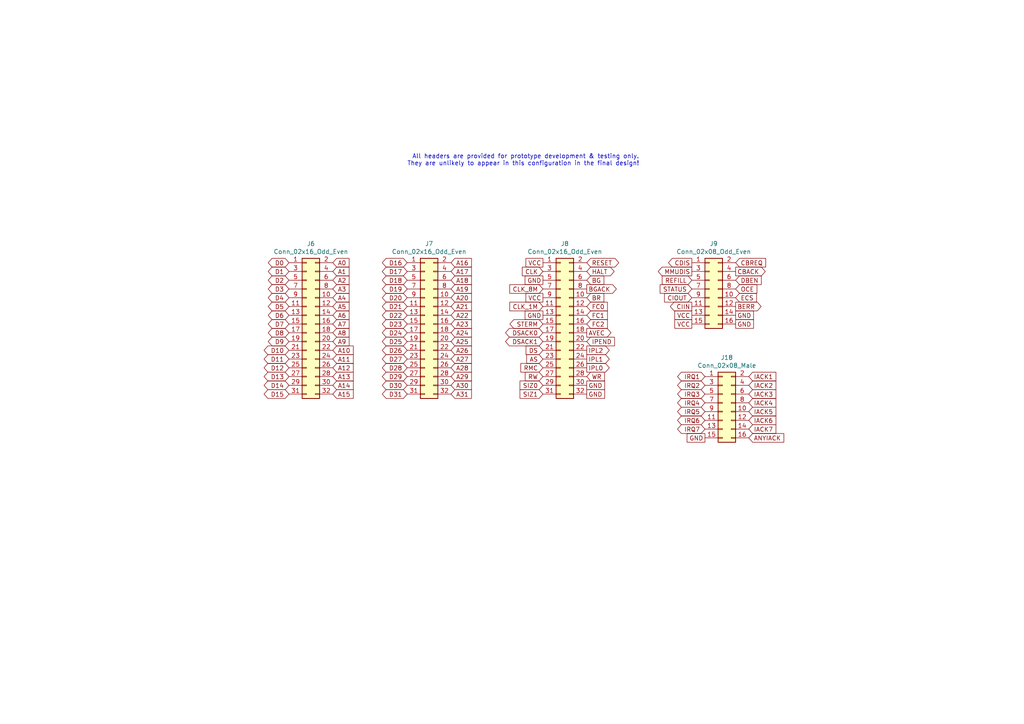
<source format=kicad_sch>
(kicad_sch (version 20211123) (generator eeschema)
  (paper "A4")
  (title_block (title "rosco_m68k Pro (030) Prototype") (date "2023-11-11") (rev "p5") (company "The Really Old-School Company Limited") (comment 1 "Copyright ©2021-2023 The Really Old-School Company Limited") (comment 2 "Open Source Hardware (CERN OHL)") (comment 3 "Prototype Hardware! Not suitable for general use!"))
  (lib_symbols
    (symbol "Connector_Generic:Conn_02x08_Odd_Even" (pin_names (offset 1.016) hide)
      (property "Reference" "J" (at 1.27 10.16 0))
      (property "Value" "Conn_02x08_Odd_Even" (at 1.27 -12.7 0))
      (symbol "Conn_02x08_Odd_Even_1_1"
        (rectangle (start -1.27 -10.033) (end 0 -10.287) (stroke (width 0.1524)))
        (rectangle (start -1.27 -7.493) (end 0 -7.747) (stroke (width 0.1524)))
        (rectangle (start -1.27 -4.953) (end 0 -5.207) (stroke (width 0.1524)))
        (rectangle (start -1.27 -2.413) (end 0 -2.667) (stroke (width 0.1524)))
        (rectangle (start -1.27 0.127) (end 0 -0.127) (stroke (width 0.1524)))
        (rectangle (start -1.27 2.667) (end 0 2.413) (stroke (width 0.1524)))
        (rectangle (start -1.27 5.207) (end 0 4.953) (stroke (width 0.1524)))
        (rectangle (start -1.27 7.747) (end 0 7.493) (stroke (width 0.1524)))
        (rectangle (start -1.27 8.89) (end 3.81 -11.43) (stroke (width 0.254)) (fill (type background)))
        (rectangle (start 3.81 -10.033) (end 2.54 -10.287) (stroke (width 0.1524)))
        (rectangle (start 3.81 -7.493) (end 2.54 -7.747) (stroke (width 0.1524)))
        (rectangle (start 3.81 -4.953) (end 2.54 -5.207) (stroke (width 0.1524)))
        (rectangle (start 3.81 -2.413) (end 2.54 -2.667) (stroke (width 0.1524)))
        (rectangle (start 3.81 0.127) (end 2.54 -0.127) (stroke (width 0.1524)))
        (rectangle (start 3.81 2.667) (end 2.54 2.413) (stroke (width 0.1524)))
        (rectangle (start 3.81 5.207) (end 2.54 4.953) (stroke (width 0.1524)))
        (rectangle (start 3.81 7.747) (end 2.54 7.493) (stroke (width 0.1524)))
        (pin passive line (at -5.08 7.62 0) (length 3.81) (name "Pin_1") (number "1"))
        (pin passive line (at 7.62 -2.54 180) (length 3.81) (name "Pin_10") (number "10"))
        (pin passive line (at -5.08 -5.08 0) (length 3.81) (name "Pin_11") (number "11"))
        (pin passive line (at 7.62 -5.08 180) (length 3.81) (name "Pin_12") (number "12"))
        (pin passive line (at -5.08 -7.62 0) (length 3.81) (name "Pin_13") (number "13"))
        (pin passive line (at 7.62 -7.62 180) (length 3.81) (name "Pin_14") (number "14"))
        (pin passive line (at -5.08 -10.16 0) (length 3.81) (name "Pin_15") (number "15"))
        (pin passive line (at 7.62 -10.16 180) (length 3.81) (name "Pin_16") (number "16"))
        (pin passive line (at 7.62 7.62 180) (length 3.81) (name "Pin_2") (number "2"))
        (pin passive line (at -5.08 5.08 0) (length 3.81) (name "Pin_3") (number "3"))
        (pin passive line (at 7.62 5.08 180) (length 3.81) (name "Pin_4") (number "4"))
        (pin passive line (at -5.08 2.54 0) (length 3.81) (name "Pin_5") (number "5"))
        (pin passive line (at 7.62 2.54 180) (length 3.81) (name "Pin_6") (number "6"))
        (pin passive line (at -5.08 0 0) (length 3.81) (name "Pin_7") (number "7"))
        (pin passive line (at 7.62 0 180) (length 3.81) (name "Pin_8") (number "8"))
        (pin passive line (at -5.08 -2.54 0) (length 3.81) (name "Pin_9") (number "9"))
      )
    )
    (symbol "Connector_Generic:Conn_02x16_Odd_Even" (pin_names (offset 1.016) hide)
      (property "Reference" "J" (at 1.27 20.32 0))
      (property "Value" "Conn_02x16_Odd_Even" (at 1.27 -22.86 0))
      (symbol "Conn_02x16_Odd_Even_1_1"
        (rectangle (start -1.27 -20.193) (end 0 -20.447) (stroke (width 0.1524)))
        (rectangle (start -1.27 -17.653) (end 0 -17.907) (stroke (width 0.1524)))
        (rectangle (start -1.27 -15.113) (end 0 -15.367) (stroke (width 0.1524)))
        (rectangle (start -1.27 -12.573) (end 0 -12.827) (stroke (width 0.1524)))
        (rectangle (start -1.27 -10.033) (end 0 -10.287) (stroke (width 0.1524)))
        (rectangle (start -1.27 -7.493) (end 0 -7.747) (stroke (width 0.1524)))
        (rectangle (start -1.27 -4.953) (end 0 -5.207) (stroke (width 0.1524)))
        (rectangle (start -1.27 -2.413) (end 0 -2.667) (stroke (width 0.1524)))
        (rectangle (start -1.27 0.127) (end 0 -0.127) (stroke (width 0.1524)))
        (rectangle (start -1.27 2.667) (end 0 2.413) (stroke (width 0.1524)))
        (rectangle (start -1.27 5.207) (end 0 4.953) (stroke (width 0.1524)))
        (rectangle (start -1.27 7.747) (end 0 7.493) (stroke (width 0.1524)))
        (rectangle (start -1.27 10.287) (end 0 10.033) (stroke (width 0.1524)))
        (rectangle (start -1.27 12.827) (end 0 12.573) (stroke (width 0.1524)))
        (rectangle (start -1.27 15.367) (end 0 15.113) (stroke (width 0.1524)))
        (rectangle (start -1.27 17.907) (end 0 17.653) (stroke (width 0.1524)))
        (rectangle (start -1.27 19.05) (end 3.81 -21.59) (stroke (width 0.254)) (fill (type background)))
        (rectangle (start 3.81 -20.193) (end 2.54 -20.447) (stroke (width 0.1524)))
        (rectangle (start 3.81 -17.653) (end 2.54 -17.907) (stroke (width 0.1524)))
        (rectangle (start 3.81 -15.113) (end 2.54 -15.367) (stroke (width 0.1524)))
        (rectangle (start 3.81 -12.573) (end 2.54 -12.827) (stroke (width 0.1524)))
        (rectangle (start 3.81 -10.033) (end 2.54 -10.287) (stroke (width 0.1524)))
        (rectangle (start 3.81 -7.493) (end 2.54 -7.747) (stroke (width 0.1524)))
        (rectangle (start 3.81 -4.953) (end 2.54 -5.207) (stroke (width 0.1524)))
        (rectangle (start 3.81 -2.413) (end 2.54 -2.667) (stroke (width 0.1524)))
        (rectangle (start 3.81 0.127) (end 2.54 -0.127) (stroke (width 0.1524)))
        (rectangle (start 3.81 2.667) (end 2.54 2.413) (stroke (width 0.1524)))
        (rectangle (start 3.81 5.207) (end 2.54 4.953) (stroke (width 0.1524)))
        (rectangle (start 3.81 7.747) (end 2.54 7.493) (stroke (width 0.1524)))
        (rectangle (start 3.81 10.287) (end 2.54 10.033) (stroke (width 0.1524)))
        (rectangle (start 3.81 12.827) (end 2.54 12.573) (stroke (width 0.1524)))
        (rectangle (start 3.81 15.367) (end 2.54 15.113) (stroke (width 0.1524)))
        (rectangle (start 3.81 17.907) (end 2.54 17.653) (stroke (width 0.1524)))
        (pin passive line (at -5.08 17.78 0) (length 3.81) (name "Pin_1") (number "1"))
        (pin passive line (at 7.62 7.62 180) (length 3.81) (name "Pin_10") (number "10"))
        (pin passive line (at -5.08 5.08 0) (length 3.81) (name "Pin_11") (number "11"))
        (pin passive line (at 7.62 5.08 180) (length 3.81) (name "Pin_12") (number "12"))
        (pin passive line (at -5.08 2.54 0) (length 3.81) (name "Pin_13") (number "13"))
        (pin passive line (at 7.62 2.54 180) (length 3.81) (name "Pin_14") (number "14"))
        (pin passive line (at -5.08 0 0) (length 3.81) (name "Pin_15") (number "15"))
        (pin passive line (at 7.62 0 180) (length 3.81) (name "Pin_16") (number "16"))
        (pin passive line (at -5.08 -2.54 0) (length 3.81) (name "Pin_17") (number "17"))
        (pin passive line (at 7.62 -2.54 180) (length 3.81) (name "Pin_18") (number "18"))
        (pin passive line (at -5.08 -5.08 0) (length 3.81) (name "Pin_19") (number "19"))
        (pin passive line (at 7.62 17.78 180) (length 3.81) (name "Pin_2") (number "2"))
        (pin passive line (at 7.62 -5.08 180) (length 3.81) (name "Pin_20") (number "20"))
        (pin passive line (at -5.08 -7.62 0) (length 3.81) (name "Pin_21") (number "21"))
        (pin passive line (at 7.62 -7.62 180) (length 3.81) (name "Pin_22") (number "22"))
        (pin passive line (at -5.08 -10.16 0) (length 3.81) (name "Pin_23") (number "23"))
        (pin passive line (at 7.62 -10.16 180) (length 3.81) (name "Pin_24") (number "24"))
        (pin passive line (at -5.08 -12.7 0) (length 3.81) (name "Pin_25") (number "25"))
        (pin passive line (at 7.62 -12.7 180) (length 3.81) (name "Pin_26") (number "26"))
        (pin passive line (at -5.08 -15.24 0) (length 3.81) (name "Pin_27") (number "27"))
        (pin passive line (at 7.62 -15.24 180) (length 3.81) (name "Pin_28") (number "28"))
        (pin passive line (at -5.08 -17.78 0) (length 3.81) (name "Pin_29") (number "29"))
        (pin passive line (at -5.08 15.24 0) (length 3.81) (name "Pin_3") (number "3"))
        (pin passive line (at 7.62 -17.78 180) (length 3.81) (name "Pin_30") (number "30"))
        (pin passive line (at -5.08 -20.32 0) (length 3.81) (name "Pin_31") (number "31"))
        (pin passive line (at 7.62 -20.32 180) (length 3.81) (name "Pin_32") (number "32"))
        (pin passive line (at 7.62 15.24 180) (length 3.81) (name "Pin_4") (number "4"))
        (pin passive line (at -5.08 12.7 0) (length 3.81) (name "Pin_5") (number "5"))
        (pin passive line (at 7.62 12.7 180) (length 3.81) (name "Pin_6") (number "6"))
        (pin passive line (at -5.08 10.16 0) (length 3.81) (name "Pin_7") (number "7"))
        (pin passive line (at 7.62 10.16 180) (length 3.81) (name "Pin_8") (number "8"))
        (pin passive line (at -5.08 7.62 0) (length 3.81) (name "Pin_9") (number "9"))
      )
    )
  )
  (text "All headers are provided for prototype development & testing only.\nThey are unlikely to appear in this configuration in the final design!" (at 185.42 48.26 0) (effects (font (size 1.27 1.27)) (justify right bottom)))
  (global_label "D2" (shape bidirectional) (at 83.82 81.28 180) (property "Intersheet References" "${INTERSHEET_REFS}" (effects hide)))
  (global_label "IRQ2" (shape tri_state) (at 204.47 111.76 180) (property "Intersheet References" "${INTERSHEET_REFS}" (effects hide)))
  (global_label "GND" (shape passive) (at 204.47 127 180) (property "Intersheet References" "${INTERSHEET_REFS}" (effects hide)))
  (global_label "VCC" (shape passive) (at 157.48 76.2 180) (property "Intersheet References" "${INTERSHEET_REFS}" (effects hide)))
  (global_label "IRQ4" (shape tri_state) (at 204.47 116.84 180) (property "Intersheet References" "${INTERSHEET_REFS}" (effects hide)))
  (global_label "CIOUT" (shape input) (at 200.66 86.36 180) (property "Intersheet References" "${INTERSHEET_REFS}" (effects hide)))
  (global_label "FC2" (shape input) (at 170.18 93.98 0) (property "Intersheet References" "${INTERSHEET_REFS}" (effects hide)))
  (global_label "D7" (shape bidirectional) (at 83.82 93.98 180) (property "Intersheet References" "${INTERSHEET_REFS}" (effects hide)))
  (global_label "A20" (shape input) (at 130.81 86.36 0) (property "Intersheet References" "${INTERSHEET_REFS}" (effects hide)))
  (global_label "CBREQ" (shape input) (at 213.36 76.2 0) (property "Intersheet References" "${INTERSHEET_REFS}" (effects hide)))
  (global_label "IACK5" (shape input) (at 217.17 119.38 0) (property "Intersheet References" "${INTERSHEET_REFS}" (effects hide)))
  (global_label "BG" (shape input) (at 170.18 81.28 0) (property "Intersheet References" "${INTERSHEET_REFS}" (effects hide)))
  (global_label "A28" (shape input) (at 130.81 106.68 0) (property "Intersheet References" "${INTERSHEET_REFS}" (effects hide)))
  (global_label "BERR" (shape output) (at 213.36 88.9 0) (property "Intersheet References" "${INTERSHEET_REFS}" (effects hide)))
  (global_label "IACK1" (shape input) (at 217.17 109.22 0) (property "Intersheet References" "${INTERSHEET_REFS}" (effects hide)))
  (global_label "GND" (shape passive) (at 213.36 93.98 0) (property "Intersheet References" "${INTERSHEET_REFS}" (effects hide)))
  (global_label "D23" (shape bidirectional) (at 118.11 93.98 180) (property "Intersheet References" "${INTERSHEET_REFS}" (effects hide)))
  (global_label "IRQ1" (shape tri_state) (at 204.47 109.22 180) (property "Intersheet References" "${INTERSHEET_REFS}" (effects hide)))
  (global_label "VCC" (shape passive) (at 200.66 93.98 180) (property "Intersheet References" "${INTERSHEET_REFS}" (effects hide)))
  (global_label "DBEN" (shape input) (at 213.36 81.28 0) (property "Intersheet References" "${INTERSHEET_REFS}" (effects hide)))
  (global_label "IRQ5" (shape tri_state) (at 204.47 119.38 180) (property "Intersheet References" "${INTERSHEET_REFS}" (effects hide)))
  (global_label "A7" (shape input) (at 96.52 93.98 0) (property "Intersheet References" "${INTERSHEET_REFS}" (effects hide)))
  (global_label "STATUS" (shape input) (at 200.66 83.82 180) (property "Intersheet References" "${INTERSHEET_REFS}" (effects hide)))
  (global_label "RESET" (shape bidirectional) (at 170.18 76.2 0) (property "Intersheet References" "${INTERSHEET_REFS}" (effects hide)))
  (global_label "IACK7" (shape input) (at 217.17 124.46 0) (property "Intersheet References" "${INTERSHEET_REFS}" (effects hide)))
  (global_label "D13" (shape bidirectional) (at 83.82 109.22 180) (property "Intersheet References" "${INTERSHEET_REFS}" (effects hide)))
  (global_label "A24" (shape input) (at 130.81 96.52 0) (property "Intersheet References" "${INTERSHEET_REFS}" (effects hide)))
  (global_label "FC1" (shape input) (at 170.18 91.44 0) (property "Intersheet References" "${INTERSHEET_REFS}" (effects hide)))
  (global_label "D27" (shape bidirectional) (at 118.11 104.14 180) (property "Intersheet References" "${INTERSHEET_REFS}" (effects hide)))
  (global_label "D31" (shape bidirectional) (at 118.11 114.3 180) (property "Intersheet References" "${INTERSHEET_REFS}" (effects hide)))
  (global_label "IACK4" (shape input) (at 217.17 116.84 0) (property "Intersheet References" "${INTERSHEET_REFS}" (effects hide)))
  (global_label "D21" (shape bidirectional) (at 118.11 88.9 180) (property "Intersheet References" "${INTERSHEET_REFS}" (effects hide)))
  (global_label "D20" (shape bidirectional) (at 118.11 86.36 180) (property "Intersheet References" "${INTERSHEET_REFS}" (effects hide)))
  (global_label "D14" (shape bidirectional) (at 83.82 111.76 180) (property "Intersheet References" "${INTERSHEET_REFS}" (effects hide)))
  (global_label "D3" (shape bidirectional) (at 83.82 83.82 180) (property "Intersheet References" "${INTERSHEET_REFS}" (effects hide)))
  (global_label "D16" (shape bidirectional) (at 118.11 76.2 180) (property "Intersheet References" "${INTERSHEET_REFS}" (effects hide)))
  (global_label "A16" (shape input) (at 130.81 76.2 0) (property "Intersheet References" "${INTERSHEET_REFS}" (effects hide)))
  (global_label "WR" (shape input) (at 170.18 109.22 0) (property "Intersheet References" "${INTERSHEET_REFS}" (effects hide)))
  (global_label "A2" (shape input) (at 96.52 81.28 0) (property "Intersheet References" "${INTERSHEET_REFS}" (effects hide)))
  (global_label "OCE" (shape input) (at 213.36 83.82 0) (property "Intersheet References" "${INTERSHEET_REFS}" (effects hide)))
  (global_label "D4" (shape bidirectional) (at 83.82 86.36 180) (property "Intersheet References" "${INTERSHEET_REFS}" (effects hide)))
  (global_label "VCC" (shape passive) (at 200.66 91.44 180) (property "Intersheet References" "${INTERSHEET_REFS}" (effects hide)))
  (global_label "IACK3" (shape input) (at 217.17 114.3 0) (property "Intersheet References" "${INTERSHEET_REFS}" (effects hide)))
  (global_label "A21" (shape input) (at 130.81 88.9 0) (property "Intersheet References" "${INTERSHEET_REFS}" (effects hide)))
  (global_label "A9" (shape input) (at 96.52 99.06 0) (property "Intersheet References" "${INTERSHEET_REFS}" (effects hide)))
  (global_label "D10" (shape bidirectional) (at 83.82 101.6 180) (property "Intersheet References" "${INTERSHEET_REFS}" (effects hide)))
  (global_label "CLK_8M" (shape input) (at 157.48 83.82 180) (property "Intersheet References" "${INTERSHEET_REFS}" (effects hide)))
  (global_label "DSACK0" (shape bidirectional) (at 157.48 96.52 180) (property "Intersheet References" "${INTERSHEET_REFS}" (effects hide)))
  (global_label "A22" (shape input) (at 130.81 91.44 0) (property "Intersheet References" "${INTERSHEET_REFS}" (effects hide)))
  (global_label "IPL0" (shape output) (at 170.18 106.68 0) (property "Intersheet References" "${INTERSHEET_REFS}" (effects hide)))
  (global_label "IRQ7" (shape tri_state) (at 204.47 124.46 180) (property "Intersheet References" "${INTERSHEET_REFS}" (effects hide)))
  (global_label "D8" (shape bidirectional) (at 83.82 96.52 180) (property "Intersheet References" "${INTERSHEET_REFS}" (effects hide)))
  (global_label "D15" (shape bidirectional) (at 83.82 114.3 180) (property "Intersheet References" "${INTERSHEET_REFS}" (effects hide)))
  (global_label "GND" (shape passive) (at 213.36 91.44 0) (property "Intersheet References" "${INTERSHEET_REFS}" (effects hide)))
  (global_label "GND" (shape passive) (at 170.18 114.3 0) (property "Intersheet References" "${INTERSHEET_REFS}" (effects hide)))
  (global_label "ECS" (shape input) (at 213.36 86.36 0) (property "Intersheet References" "${INTERSHEET_REFS}" (effects hide)))
  (global_label "D12" (shape bidirectional) (at 83.82 106.68 180) (property "Intersheet References" "${INTERSHEET_REFS}" (effects hide)))
  (global_label "A29" (shape input) (at 130.81 109.22 0) (property "Intersheet References" "${INTERSHEET_REFS}" (effects hide)))
  (global_label "IPL2" (shape output) (at 170.18 101.6 0) (property "Intersheet References" "${INTERSHEET_REFS}" (effects hide)))
  (global_label "IPL1" (shape output) (at 170.18 104.14 0) (property "Intersheet References" "${INTERSHEET_REFS}" (effects hide)))
  (global_label "RMC" (shape input) (at 157.48 106.68 180) (property "Intersheet References" "${INTERSHEET_REFS}" (effects hide)))
  (global_label "A23" (shape input) (at 130.81 93.98 0) (property "Intersheet References" "${INTERSHEET_REFS}" (effects hide)))
  (global_label "D25" (shape bidirectional) (at 118.11 99.06 180) (property "Intersheet References" "${INTERSHEET_REFS}" (effects hide)))
  (global_label "A18" (shape input) (at 130.81 81.28 0) (property "Intersheet References" "${INTERSHEET_REFS}" (effects hide)))
  (global_label "A30" (shape input) (at 130.81 111.76 0) (property "Intersheet References" "${INTERSHEET_REFS}" (effects hide)))
  (global_label "AS" (shape input) (at 157.48 104.14 180) (property "Intersheet References" "${INTERSHEET_REFS}" (effects hide)))
  (global_label "REFILL" (shape input) (at 200.66 81.28 180) (property "Intersheet References" "${INTERSHEET_REFS}" (effects hide)))
  (global_label "D0" (shape bidirectional) (at 83.82 76.2 180) (property "Intersheet References" "${INTERSHEET_REFS}" (effects hide)))
  (global_label "A8" (shape input) (at 96.52 96.52 0) (property "Intersheet References" "${INTERSHEET_REFS}" (effects hide)))
  (global_label "A31" (shape input) (at 130.81 114.3 0) (property "Intersheet References" "${INTERSHEET_REFS}" (effects hide)))
  (global_label "A25" (shape input) (at 130.81 99.06 0) (property "Intersheet References" "${INTERSHEET_REFS}" (effects hide)))
  (global_label "BGACK" (shape output) (at 170.18 83.82 0) (property "Intersheet References" "${INTERSHEET_REFS}" (effects hide)))
  (global_label "STERM" (shape bidirectional) (at 157.48 93.98 180) (property "Intersheet References" "${INTERSHEET_REFS}" (effects hide)))
  (global_label "VCC" (shape passive) (at 157.48 86.36 180) (property "Intersheet References" "${INTERSHEET_REFS}" (effects hide)))
  (global_label "GND" (shape passive) (at 157.48 91.44 180) (property "Intersheet References" "${INTERSHEET_REFS}" (effects hide)))
  (global_label "D1" (shape bidirectional) (at 83.82 78.74 180) (property "Intersheet References" "${INTERSHEET_REFS}" (effects hide)))
  (global_label "D11" (shape bidirectional) (at 83.82 104.14 180) (property "Intersheet References" "${INTERSHEET_REFS}" (effects hide)))
  (global_label "D6" (shape bidirectional) (at 83.82 91.44 180) (property "Intersheet References" "${INTERSHEET_REFS}" (effects hide)))
  (global_label "D19" (shape bidirectional) (at 118.11 83.82 180) (property "Intersheet References" "${INTERSHEET_REFS}" (effects hide)))
  (global_label "GND" (shape passive) (at 170.18 111.76 0) (property "Intersheet References" "${INTERSHEET_REFS}" (effects hide)))
  (global_label "A4" (shape input) (at 96.52 86.36 0) (property "Intersheet References" "${INTERSHEET_REFS}" (effects hide)))
  (global_label "CLK_1M" (shape input) (at 157.48 88.9 180) (property "Intersheet References" "${INTERSHEET_REFS}" (effects hide)))
  (global_label "MMUDIS" (shape output) (at 200.66 78.74 180) (property "Intersheet References" "${INTERSHEET_REFS}" (effects hide)))
  (global_label "A10" (shape input) (at 96.52 101.6 0) (property "Intersheet References" "${INTERSHEET_REFS}" (effects hide)))
  (global_label "D30" (shape bidirectional) (at 118.11 111.76 180) (property "Intersheet References" "${INTERSHEET_REFS}" (effects hide)))
  (global_label "AVEC" (shape output) (at 170.18 96.52 0) (property "Intersheet References" "${INTERSHEET_REFS}" (effects hide)))
  (global_label "HALT" (shape bidirectional) (at 170.18 78.74 0) (property "Intersheet References" "${INTERSHEET_REFS}" (effects hide)))
  (global_label "BR" (shape input) (at 170.18 86.36 0) (property "Intersheet References" "${INTERSHEET_REFS}" (effects hide)))
  (global_label "D29" (shape bidirectional) (at 118.11 109.22 180) (property "Intersheet References" "${INTERSHEET_REFS}" (effects hide)))
  (global_label "IACK6" (shape input) (at 217.17 121.92 0) (property "Intersheet References" "${INTERSHEET_REFS}" (effects hide)))
  (global_label "DS" (shape input) (at 157.48 101.6 180) (property "Intersheet References" "${INTERSHEET_REFS}" (effects hide)))
  (global_label "A19" (shape input) (at 130.81 83.82 0) (property "Intersheet References" "${INTERSHEET_REFS}" (effects hide)))
  (global_label "SIZ1" (shape input) (at 157.48 114.3 180) (property "Intersheet References" "${INTERSHEET_REFS}" (effects hide)))
  (global_label "A11" (shape input) (at 96.52 104.14 0) (property "Intersheet References" "${INTERSHEET_REFS}" (effects hide)))
  (global_label "D28" (shape bidirectional) (at 118.11 106.68 180) (property "Intersheet References" "${INTERSHEET_REFS}" (effects hide)))
  (global_label "IRQ6" (shape tri_state) (at 204.47 121.92 180) (property "Intersheet References" "${INTERSHEET_REFS}" (effects hide)))
  (global_label "CBACK" (shape output) (at 213.36 78.74 0) (property "Intersheet References" "${INTERSHEET_REFS}" (effects hide)))
  (global_label "A14" (shape input) (at 96.52 111.76 0) (property "Intersheet References" "${INTERSHEET_REFS}" (effects hide)))
  (global_label "D18" (shape bidirectional) (at 118.11 81.28 180) (property "Intersheet References" "${INTERSHEET_REFS}" (effects hide)))
  (global_label "D5" (shape bidirectional) (at 83.82 88.9 180) (property "Intersheet References" "${INTERSHEET_REFS}" (effects hide)))
  (global_label "A13" (shape input) (at 96.52 109.22 0) (property "Intersheet References" "${INTERSHEET_REFS}" (effects hide)))
  (global_label "A17" (shape input) (at 130.81 78.74 0) (property "Intersheet References" "${INTERSHEET_REFS}" (effects hide)))
  (global_label "A26" (shape input) (at 130.81 101.6 0) (property "Intersheet References" "${INTERSHEET_REFS}" (effects hide)))
  (global_label "A0" (shape input) (at 96.52 76.2 0) (property "Intersheet References" "${INTERSHEET_REFS}" (effects hide)))
  (global_label "ANYIACK" (shape input) (at 217.17 127 0) (property "Intersheet References" "${INTERSHEET_REFS}" (effects hide)))
  (global_label "IRQ3" (shape tri_state) (at 204.47 114.3 180) (property "Intersheet References" "${INTERSHEET_REFS}" (effects hide)))
  (global_label "A1" (shape input) (at 96.52 78.74 0) (property "Intersheet References" "${INTERSHEET_REFS}" (effects hide)))
  (global_label "RW" (shape input) (at 157.48 109.22 180) (property "Intersheet References" "${INTERSHEET_REFS}" (effects hide)))
  (global_label "CIIN" (shape output) (at 200.66 88.9 180) (property "Intersheet References" "${INTERSHEET_REFS}" (effects hide)))
  (global_label "A15" (shape input) (at 96.52 114.3 0) (property "Intersheet References" "${INTERSHEET_REFS}" (effects hide)))
  (global_label "D24" (shape bidirectional) (at 118.11 96.52 180) (property "Intersheet References" "${INTERSHEET_REFS}" (effects hide)))
  (global_label "FC0" (shape input) (at 170.18 88.9 0) (property "Intersheet References" "${INTERSHEET_REFS}" (effects hide)))
  (global_label "A6" (shape input) (at 96.52 91.44 0) (property "Intersheet References" "${INTERSHEET_REFS}" (effects hide)))
  (global_label "A5" (shape input) (at 96.52 88.9 0) (property "Intersheet References" "${INTERSHEET_REFS}" (effects hide)))
  (global_label "D26" (shape bidirectional) (at 118.11 101.6 180) (property "Intersheet References" "${INTERSHEET_REFS}" (effects hide)))
  (global_label "GND" (shape passive) (at 157.48 81.28 180) (property "Intersheet References" "${INTERSHEET_REFS}" (effects hide)))
  (global_label "D22" (shape bidirectional) (at 118.11 91.44 180) (property "Intersheet References" "${INTERSHEET_REFS}" (effects hide)))
  (global_label "A12" (shape input) (at 96.52 106.68 0) (property "Intersheet References" "${INTERSHEET_REFS}" (effects hide)))
  (global_label "A27" (shape input) (at 130.81 104.14 0) (property "Intersheet References" "${INTERSHEET_REFS}" (effects hide)))
  (global_label "A3" (shape input) (at 96.52 83.82 0) (property "Intersheet References" "${INTERSHEET_REFS}" (effects hide)))
  (global_label "D17" (shape bidirectional) (at 118.11 78.74 180) (property "Intersheet References" "${INTERSHEET_REFS}" (effects hide)))
  (global_label "CDIS" (shape output) (at 200.66 76.2 180) (property "Intersheet References" "${INTERSHEET_REFS}" (effects hide)))
  (global_label "IACK2" (shape input) (at 217.17 111.76 0) (property "Intersheet References" "${INTERSHEET_REFS}" (effects hide)))
  (global_label "IPEND" (shape input) (at 170.18 99.06 0) (property "Intersheet References" "${INTERSHEET_REFS}" (effects hide)))
  (global_label "D9" (shape bidirectional) (at 83.82 99.06 180) (property "Intersheet References" "${INTERSHEET_REFS}" (effects hide)))
  (global_label "DSACK1" (shape bidirectional) (at 157.48 99.06 180) (property "Intersheet References" "${INTERSHEET_REFS}" (effects hide)))
  (global_label "CLK" (shape input) (at 157.48 78.74 180) (property "Intersheet References" "${INTERSHEET_REFS}" (effects hide)))
  (global_label "SIZ0" (shape input) (at 157.48 111.76 180) (property "Intersheet References" "${INTERSHEET_REFS}" (effects hide)))
  (symbol (lib_id "Connector_Generic:Conn_02x16_Odd_Even") (at 88.9 93.98 0) (unit 1)
    (property "Reference" "J6" (at 90.17 70.6882 0))
    (property "Value" "Conn_02x16_Odd_Even" (at 90.17 72.9996 0))
    (property "Footprint" "Connector_PinHeader_2.54mm:PinHeader_2x16_P2.54mm_Vertical" (effects hide))
  )
  (symbol (lib_id "Connector_Generic:Conn_02x16_Odd_Even") (at 123.19 93.98 0) (unit 1)
    (property "Reference" "J7" (at 124.46 70.6882 0))
    (property "Value" "Conn_02x16_Odd_Even" (at 124.46 72.9996 0))
    (property "Footprint" "Connector_PinHeader_2.54mm:PinHeader_2x16_P2.54mm_Vertical" (effects hide))
  )
  (symbol (lib_id "Connector_Generic:Conn_02x16_Odd_Even") (at 162.56 93.98 0) (unit 1)
    (property "Reference" "J8" (at 163.83 70.6882 0))
    (property "Value" "Conn_02x16_Odd_Even" (at 163.83 72.9996 0))
    (property "Footprint" "Connector_PinHeader_2.54mm:PinHeader_2x16_P2.54mm_Vertical" (effects hide))
  )
  (symbol (lib_id "Connector_Generic:Conn_02x08_Odd_Even") (at 205.74 83.82 0) (unit 1)
    (property "Reference" "J9" (at 207.01 70.6882 0))
    (property "Value" "Conn_02x08_Odd_Even" (at 207.01 72.9996 0))
    (property "Footprint" "Connector_PinHeader_2.54mm:PinHeader_2x08_P2.54mm_Vertical" (effects hide))
  )
  (symbol (lib_id "Connector_Generic:Conn_02x08_Odd_Even") (at 209.55 116.84 0) (unit 1)
    (property "Reference" "J18" (at 210.82 103.7082 0))
    (property "Value" "Conn_02x08_Male" (at 210.82 106.0196 0))
    (property "Footprint" "Connector_PinHeader_2.54mm:PinHeader_2x08_P2.54mm_Vertical" (effects hide))
  )
)
</source>
